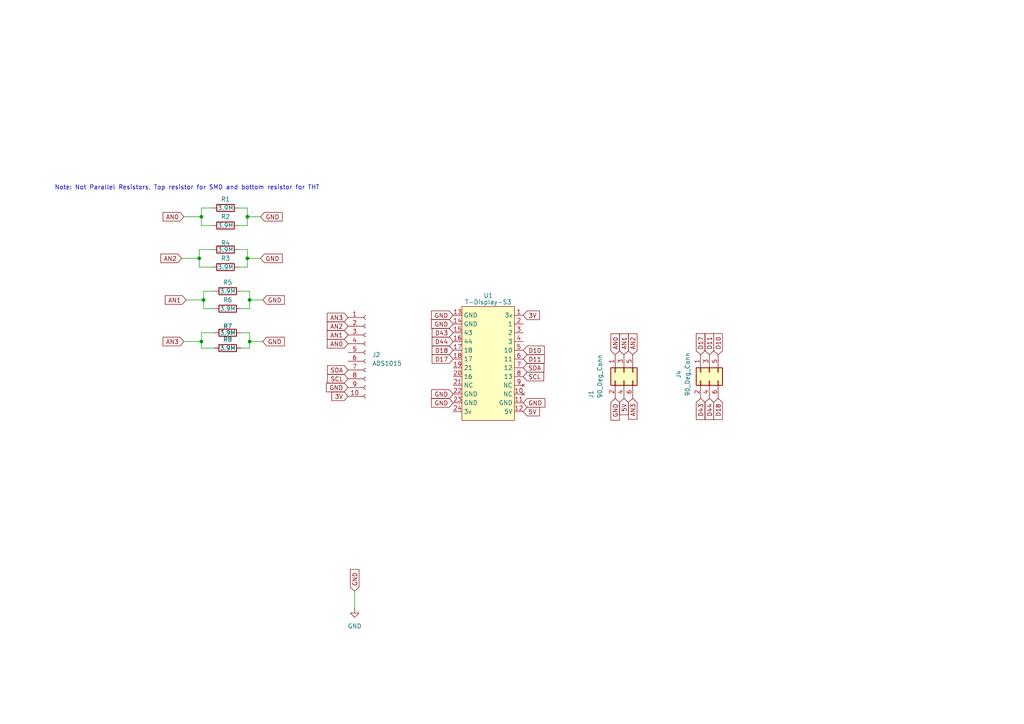
<source format=kicad_sch>
(kicad_sch (version 20230121) (generator eeschema)
  (paper "A4")
  (title_block (title "Top_Board") (date "2023-11-27") (rev "0"))
  (lib_symbols
    (symbol "Connector:Conn_01x10_Socket" (pin_names (offset 1.016) hide)
      (property "Reference" "J" (at 0 12.7 0))
      (property "Value" "Conn_01x10_Socket" (at 0 -15.24 0))
      (symbol "Conn_01x10_Socket_1_1"
        (arc (start 0 -12.192) (mid -0.5058 -12.7) (end 0 -13.208) (stroke (width 0.1524)))
        (arc (start 0 -9.652) (mid -0.5058 -10.16) (end 0 -10.668) (stroke (width 0.1524)))
        (arc (start 0 -7.112) (mid -0.5058 -7.62) (end 0 -8.128) (stroke (width 0.1524)))
        (arc (start 0 -4.572) (mid -0.5058 -5.08) (end 0 -5.588) (stroke (width 0.1524)))
        (arc (start 0 -2.032) (mid -0.5058 -2.54) (end 0 -3.048) (stroke (width 0.1524)))
        (polyline (pts (xy -1.27 -12.7) (xy -0.508 -12.7)) (stroke (width 0.1524)))
        (polyline (pts (xy -1.27 -10.16) (xy -0.508 -10.16)) (stroke (width 0.1524)))
        (polyline (pts (xy -1.27 -7.62) (xy -0.508 -7.62)) (stroke (width 0.1524)))
        (polyline (pts (xy -1.27 -5.08) (xy -0.508 -5.08)) (stroke (width 0.1524)))
        (polyline (pts (xy -1.27 -2.54) (xy -0.508 -2.54)) (stroke (width 0.1524)))
        (polyline (pts (xy -1.27 0) (xy -0.508 0)) (stroke (width 0.1524)))
        (polyline (pts (xy -1.27 2.54) (xy -0.508 2.54)) (stroke (width 0.1524)))
        (polyline (pts (xy -1.27 5.08) (xy -0.508 5.08)) (stroke (width 0.1524)))
        (polyline (pts (xy -1.27 7.62) (xy -0.508 7.62)) (stroke (width 0.1524)))
        (polyline (pts (xy -1.27 10.16) (xy -0.508 10.16)) (stroke (width 0.1524)))
        (arc (start 0 0.508) (mid -0.5058 0) (end 0 -0.508) (stroke (width 0.1524)))
        (arc (start 0 3.048) (mid -0.5058 2.54) (end 0 2.032) (stroke (width 0.1524)))
        (arc (start 0 5.588) (mid -0.5058 5.08) (end 0 4.572) (stroke (width 0.1524)))
        (arc (start 0 8.128) (mid -0.5058 7.62) (end 0 7.112) (stroke (width 0.1524)))
        (arc (start 0 10.668) (mid -0.5058 10.16) (end 0 9.652) (stroke (width 0.1524)))
        (pin passive line (at -5.08 10.16 0) (length 3.81) (name "Pin_1") (number "1"))
        (pin passive line (at -5.08 -12.7 0) (length 3.81) (name "Pin_10") (number "10"))
        (pin passive line (at -5.08 7.62 0) (length 3.81) (name "Pin_2") (number "2"))
        (pin passive line (at -5.08 5.08 0) (length 3.81) (name "Pin_3") (number "3"))
        (pin passive line (at -5.08 2.54 0) (length 3.81) (name "Pin_4") (number "4"))
        (pin passive line (at -5.08 0 0) (length 3.81) (name "Pin_5") (number "5"))
        (pin passive line (at -5.08 -2.54 0) (length 3.81) (name "Pin_6") (number "6"))
        (pin passive line (at -5.08 -5.08 0) (length 3.81) (name "Pin_7") (number "7"))
        (pin passive line (at -5.08 -7.62 0) (length 3.81) (name "Pin_8") (number "8"))
        (pin passive line (at -5.08 -10.16 0) (length 3.81) (name "Pin_9") (number "9"))
      )
    )
    (symbol "Connector_Generic:Conn_02x03_Odd_Even" (pin_names (offset 1.016) hide)
      (property "Reference" "J" (at 1.27 5.08 0))
      (property "Value" "Conn_02x03_Odd_Even" (at 1.27 -5.08 0))
      (symbol "Conn_02x03_Odd_Even_1_1"
        (rectangle (start -1.27 -2.413) (end 0 -2.667) (stroke (width 0.1524)))
        (rectangle (start -1.27 0.127) (end 0 -0.127) (stroke (width 0.1524)))
        (rectangle (start -1.27 2.667) (end 0 2.413) (stroke (width 0.1524)))
        (rectangle (start -1.27 3.81) (end 3.81 -3.81) (stroke (width 0.254)) (fill (type background)))
        (rectangle (start 3.81 -2.413) (end 2.54 -2.667) (stroke (width 0.1524)))
        (rectangle (start 3.81 0.127) (end 2.54 -0.127) (stroke (width 0.1524)))
        (rectangle (start 3.81 2.667) (end 2.54 2.413) (stroke (width 0.1524)))
        (pin passive line (at -5.08 2.54 0) (length 3.81) (name "Pin_1") (number "1"))
        (pin passive line (at 7.62 2.54 180) (length 3.81) (name "Pin_2") (number "2"))
        (pin passive line (at -5.08 0 0) (length 3.81) (name "Pin_3") (number "3"))
        (pin passive line (at 7.62 0 180) (length 3.81) (name "Pin_4") (number "4"))
        (pin passive line (at -5.08 -2.54 0) (length 3.81) (name "Pin_5") (number "5"))
        (pin passive line (at 7.62 -2.54 180) (length 3.81) (name "Pin_6") (number "6"))
      )
    )
    (symbol "Device:R" (pin_numbers hide) (pin_names (offset 0))
      (property "Reference" "R" (at 2.032 0 90))
      (property "Value" "R" (at 0 0 90))
      (symbol "R_0_1"
        (rectangle (start -1.016 -2.54) (end 1.016 2.54) (stroke (width 0.254)))
      )
      (symbol "R_1_1"
        (pin passive line (at 0 3.81 270) (length 1.27) (name "~") (number "1"))
        (pin passive line (at 0 -3.81 90) (length 1.27) (name "~") (number "2"))
      )
    )
    (symbol "Voltage_Sensor_Timer:T-Display-S3"
      (property "Reference" "U" (at -16.51 -2.54 0))
      (property "Value" "T-Display-S3" (at -11.43 -5.08 0))
      (symbol "T-Display-S3_0_1"
        (rectangle (start -15.24 33.02) (end 0 0) (fill (type background)))
      )
      (symbol "T-Display-S3_1_1"
        (pin power_in line (at 2.54 30.48 180) (length 2.54) (name "3v") (number "1"))
        (pin no_connect line (at 2.54 7.62 180) (length 2.54) (name "NC") (number "10"))
        (pin power_in line (at 2.54 5.08 180) (length 2.54) (name "GND") (number "11"))
        (pin power_in line (at 2.54 2.54 180) (length 2.54) (name "5V") (number "12"))
        (pin power_in line (at -17.78 30.48 0) (length 2.54) (name "GND") (number "13"))
        (pin power_in line (at -17.78 27.94 0) (length 2.54) (name "GND") (number "14"))
        (pin bidirectional line (at -17.78 25.4 0) (length 2.54) (name "43") (number "15"))
        (pin bidirectional line (at -17.78 22.86 0) (length 2.54) (name "44") (number "16"))
        (pin bidirectional line (at -17.78 20.32 0) (length 2.54) (name "18") (number "17"))
        (pin bidirectional line (at -17.78 17.78 0) (length 2.54) (name "17") (number "18"))
        (pin bidirectional line (at -17.78 15.24 0) (length 2.54) (name "21") (number "19"))
        (pin bidirectional line (at 2.54 27.94 180) (length 2.54) (name "1") (number "2"))
        (pin bidirectional line (at -17.78 12.7 0) (length 2.54) (name "16") (number "20"))
        (pin bidirectional line (at -17.78 10.16 0) (length 2.54) (name "NC") (number "21"))
        (pin power_in line (at -17.78 7.62 0) (length 2.54) (name "GND") (number "22"))
        (pin power_in line (at -17.78 5.08 0) (length 2.54) (name "GND") (number "23"))
        (pin power_in line (at -17.78 2.54 0) (length 2.54) (name "3v") (number "24"))
        (pin bidirectional line (at 2.54 25.4 180) (length 2.54) (name "2") (number "3"))
        (pin bidirectional line (at 2.54 22.86 180) (length 2.54) (name "3") (number "4"))
        (pin bidirectional line (at 2.54 20.32 180) (length 2.54) (name "10") (number "5"))
        (pin bidirectional line (at 2.54 17.78 180) (length 2.54) (name "11") (number "6"))
        (pin bidirectional line (at 2.54 15.24 180) (length 2.54) (name "12") (number "7"))
        (pin bidirectional line (at 2.54 12.7 180) (length 2.54) (name "13") (number "8"))
        (pin no_connect line (at 2.54 10.16 180) (length 2.54) (name "NC") (number "9"))
      )
    )
    (symbol "power:GND" (power) (pin_names (offset 0))
      (property "Value" "GND" (at 0 -3.81 0))
      (symbol "GND_0_1"
        (polyline (pts (xy 0 0) (xy 0 -1.27) (xy 1.27 -1.27) (xy 0 -2.54) (xy -1.27 -1.27) (xy 0 -1.27)))
      )
      (symbol "GND_1_1"
        (pin power_in line (at 0 0 270) (length 0) hide (name "GND") (number "1"))
      )
    )
  )
  (junction (at 59.055 86.995))
  (junction (at 71.755 62.865))
  (junction (at 72.39 86.995))
  (junction (at 58.42 99.06))
  (junction (at 57.785 74.93))
  (junction (at 58.42 62.865))
  (junction (at 71.755 74.93))
  (junction (at 72.39 99.06))
  (wire (pts (xy 58.42 62.865) (xy 58.42 65.405)))
  (wire (pts (xy 102.87 171.45) (xy 102.87 176.53)))
  (wire (pts (xy 58.42 60.325) (xy 58.42 62.865)))
  (wire (pts (xy 57.785 74.93) (xy 57.785 72.39)))
  (wire (pts (xy 59.055 84.455) (xy 59.055 86.995)))
  (wire (pts (xy 72.39 96.52) (xy 72.39 99.06)))
  (wire (pts (xy 71.755 72.39) (xy 71.755 74.93)))
  (wire (pts (xy 69.85 89.535) (xy 72.39 89.535)))
  (wire (pts (xy 72.39 86.995) (xy 72.39 89.535)))
  (wire (pts (xy 61.595 77.47) (xy 57.785 77.47)))
  (wire (pts (xy 76.2 99.06) (xy 72.39 99.06)))
  (wire (pts (xy 71.755 74.93) (xy 71.755 77.47)))
  (wire (pts (xy 69.215 72.39) (xy 71.755 72.39)))
  (wire (pts (xy 58.42 99.06) (xy 58.42 96.52)))
  (wire (pts (xy 69.215 65.405) (xy 71.755 65.405)))
  (wire (pts (xy 58.42 96.52) (xy 62.23 96.52)))
  (wire (pts (xy 57.785 74.93) (xy 57.785 77.47)))
  (wire (pts (xy 72.39 99.06) (xy 72.39 100.965)))
  (wire (pts (xy 62.23 84.455) (xy 59.055 84.455)))
  (wire (pts (xy 53.34 62.865) (xy 58.42 62.865)))
  (wire (pts (xy 69.85 100.965) (xy 72.39 100.965)))
  (wire (pts (xy 52.705 74.93) (xy 57.785 74.93)))
  (wire (pts (xy 58.42 65.405) (xy 61.595 65.405)))
  (wire (pts (xy 75.565 74.93) (xy 71.755 74.93)))
  (wire (pts (xy 62.23 100.965) (xy 58.42 100.965)))
  (wire (pts (xy 61.595 60.325) (xy 58.42 60.325)))
  (wire (pts (xy 59.055 86.995) (xy 59.055 89.535)))
  (wire (pts (xy 59.055 89.535) (xy 62.23 89.535)))
  (wire (pts (xy 57.785 72.39) (xy 61.595 72.39)))
  (wire (pts (xy 53.975 86.995) (xy 59.055 86.995)))
  (wire (pts (xy 69.215 60.325) (xy 71.755 60.325)))
  (wire (pts (xy 71.755 62.865) (xy 75.565 62.865)))
  (wire (pts (xy 69.85 96.52) (xy 72.39 96.52)))
  (wire (pts (xy 72.39 84.455) (xy 72.39 86.995)))
  (wire (pts (xy 71.755 60.325) (xy 71.755 62.865)))
  (wire (pts (xy 69.215 77.47) (xy 71.755 77.47)))
  (wire (pts (xy 72.39 86.995) (xy 76.2 86.995)))
  (wire (pts (xy 58.42 99.06) (xy 58.42 100.965)))
  (wire (pts (xy 71.755 62.865) (xy 71.755 65.405)))
  (wire (pts (xy 53.34 99.06) (xy 58.42 99.06)))
  (wire (pts (xy 69.85 84.455) (xy 72.39 84.455)))
  (text "Note: Not Parallel Resistors, Top resistor for SMD and bottom resistor for THT" (at 92.71 55.245 0) (effects (font (size 1.27 1.27)) (justify right bottom)))
  (global_label "GND" (shape input) (at 131.445 116.84 180) (property "Intersheetrefs" "${INTERSHEET_REFS}" (effects hide)))
  (global_label "D10" (shape input) (at 151.765 101.6 0) (property "Intersheetrefs" "${INTERSHEET_REFS}" (effects hide)))
  (global_label "AN3" (shape input) (at 53.34 99.06 180) (property "Intersheetrefs" "${INTERSHEET_REFS}" (effects hide)))
  (global_label "GND" (shape input) (at 75.565 74.93 0) (property "Intersheetrefs" "${INTERSHEET_REFS}" (effects hide)))
  (global_label "AN0" (shape input) (at 100.965 99.695 180) (property "Intersheetrefs" "${INTERSHEET_REFS}" (effects hide)))
  (global_label "3V" (shape input) (at 100.965 114.935 180) (property "Intersheetrefs" "${INTERSHEET_REFS}" (effects hide)))
  (global_label "AN1" (shape input) (at 180.975 102.87 90) (property "Intersheetrefs" "${INTERSHEET_REFS}" (effects hide)))
  (global_label "3V" (shape input) (at 151.765 91.44 0) (property "Intersheetrefs" "${INTERSHEET_REFS}" (effects hide)))
  (global_label "D18" (shape input) (at 208.28 115.57 270) (property "Intersheetrefs" "${INTERSHEET_REFS}" (effects hide)))
  (global_label "SCL" (shape input) (at 151.765 109.22 0) (property "Intersheetrefs" "${INTERSHEET_REFS}" (effects hide)))
  (global_label "SDA" (shape input) (at 100.965 107.315 180) (property "Intersheetrefs" "${INTERSHEET_REFS}" (effects hide)))
  (global_label "AN3" (shape input) (at 183.515 115.57 270) (property "Intersheetrefs" "${INTERSHEET_REFS}" (effects hide)))
  (global_label "GND" (shape input) (at 100.965 112.395 180) (property "Intersheetrefs" "${INTERSHEET_REFS}" (effects hide)))
  (global_label "GND" (shape input) (at 76.2 86.995 0) (property "Intersheetrefs" "${INTERSHEET_REFS}" (effects hide)))
  (global_label "D43" (shape input) (at 131.445 96.52 180) (property "Intersheetrefs" "${INTERSHEET_REFS}" (effects hide)))
  (global_label "AN2" (shape input) (at 100.965 94.615 180) (property "Intersheetrefs" "${INTERSHEET_REFS}" (effects hide)))
  (global_label "GND" (shape input) (at 131.445 114.3 180) (property "Intersheetrefs" "${INTERSHEET_REFS}" (effects hide)))
  (global_label "AN1" (shape input) (at 53.975 86.995 180) (property "Intersheetrefs" "${INTERSHEET_REFS}" (effects hide)))
  (global_label "SCL" (shape input) (at 100.965 109.855 180) (property "Intersheetrefs" "${INTERSHEET_REFS}" (effects hide)))
  (global_label "GND" (shape input) (at 75.565 62.865 0) (property "Intersheetrefs" "${INTERSHEET_REFS}" (effects hide)))
  (global_label "D10" (shape input) (at 208.28 102.87 90) (property "Intersheetrefs" "${INTERSHEET_REFS}" (effects hide)))
  (global_label "SDA" (shape input) (at 151.765 106.68 0) (property "Intersheetrefs" "${INTERSHEET_REFS}" (effects hide)))
  (global_label "5V" (shape input) (at 151.765 119.38 0) (property "Intersheetrefs" "${INTERSHEET_REFS}" (effects hide)))
  (global_label "D43" (shape input) (at 203.2 115.57 270) (property "Intersheetrefs" "${INTERSHEET_REFS}" (effects hide)))
  (global_label "AN2" (shape input) (at 183.515 102.87 90) (property "Intersheetrefs" "${INTERSHEET_REFS}" (effects hide)))
  (global_label "AN0" (shape input) (at 53.34 62.865 180) (property "Intersheetrefs" "${INTERSHEET_REFS}" (effects hide)))
  (global_label "D17" (shape input) (at 203.2 102.87 90) (property "Intersheetrefs" "${INTERSHEET_REFS}" (effects hide)))
  (global_label "GND" (shape input) (at 131.445 91.44 180) (property "Intersheetrefs" "${INTERSHEET_REFS}" (effects hide)))
  (global_label "AN1" (shape input) (at 100.965 97.155 180) (property "Intersheetrefs" "${INTERSHEET_REFS}" (effects hide)))
  (global_label "GND" (shape input) (at 131.445 93.98 180) (property "Intersheetrefs" "${INTERSHEET_REFS}" (effects hide)))
  (global_label "GND" (shape input) (at 102.87 171.45 90) (property "Intersheetrefs" "${INTERSHEET_REFS}" (effects hide)))
  (global_label "D44" (shape input) (at 131.445 99.06 180) (property "Intersheetrefs" "${INTERSHEET_REFS}" (effects hide)))
  (global_label "5V" (shape input) (at 180.975 115.57 270) (property "Intersheetrefs" "${INTERSHEET_REFS}" (effects hide)))
  (global_label "GND" (shape input) (at 76.2 99.06 0) (property "Intersheetrefs" "${INTERSHEET_REFS}" (effects hide)))
  (global_label "AN0" (shape input) (at 178.435 102.87 90) (property "Intersheetrefs" "${INTERSHEET_REFS}" (effects hide)))
  (global_label "D11" (shape input) (at 151.765 104.14 0) (property "Intersheetrefs" "${INTERSHEET_REFS}" (effects hide)))
  (global_label "GND" (shape input) (at 178.435 115.57 270) (property "Intersheetrefs" "${INTERSHEET_REFS}" (effects hide)))
  (global_label "D44" (shape input) (at 205.74 115.57 270) (property "Intersheetrefs" "${INTERSHEET_REFS}" (effects hide)))
  (global_label "GND" (shape input) (at 151.765 116.84 0) (property "Intersheetrefs" "${INTERSHEET_REFS}" (effects hide)))
  (global_label "AN2" (shape input) (at 52.705 74.93 180) (property "Intersheetrefs" "${INTERSHEET_REFS}" (effects hide)))
  (global_label "D11" (shape input) (at 205.74 102.87 90) (property "Intersheetrefs" "${INTERSHEET_REFS}" (effects hide)))
  (global_label "D18" (shape input) (at 131.445 101.6 180) (property "Intersheetrefs" "${INTERSHEET_REFS}" (effects hide)))
  (global_label "AN3" (shape input) (at 100.965 92.075 180) (property "Intersheetrefs" "${INTERSHEET_REFS}" (effects hide)))
  (global_label "D17" (shape input) (at 131.445 104.14 180) (property "Intersheetrefs" "${INTERSHEET_REFS}" (effects hide)))
  (symbol (lib_id "Device:R") (at 65.405 72.39 90) (unit 1)
    (property "Reference" "R4" (at 65.405 70.485 90))
    (property "Value" "3.9M" (at 65.405 72.39 90))
    (property "Footprint" "Resistor_SMD:R_0805_2012Metric" (effects hide))
  )
  (symbol (lib_id "Voltage_Sensor_Timer:T-Display-S3") (at 149.225 121.92 0) (unit 1)
    (property "Reference" "U1" (at 141.605 85.725 0))
    (property "Value" "T-Display-S3" (at 141.605 87.63 0))
    (property "Footprint" "Voltage_Sensor_Timer:T-Display-S3" (effects hide))
  )
  (symbol (lib_id "Device:R") (at 66.04 89.535 90) (unit 1)
    (property "Reference" "R6" (at 66.04 86.995 90))
    (property "Value" "3.9M" (at 66.04 89.535 90))
    (property "Footprint" "Resistor_THT:R_Axial_DIN0411_L9.9mm_D3.6mm_P12.70mm_Horizontal" (effects hide))
  )
  (symbol (lib_id "Device:R") (at 66.04 100.965 90) (unit 1)
    (property "Reference" "R8" (at 66.04 98.425 90))
    (property "Value" "3.9M" (at 66.04 100.965 90))
    (property "Footprint" "Resistor_THT:R_Axial_DIN0411_L9.9mm_D3.6mm_P12.70mm_Horizontal" (effects hide))
  )
  (symbol (lib_id "Device:R") (at 65.405 65.405 90) (unit 1)
    (property "Reference" "R2" (at 65.405 62.865 90))
    (property "Value" "3.9M" (at 65.405 65.405 90))
    (property "Footprint" "Resistor_THT:R_Axial_DIN0411_L9.9mm_D3.6mm_P12.70mm_Horizontal" (effects hide))
  )
  (symbol (lib_id "Device:R") (at 66.04 96.52 90) (unit 1)
    (property "Reference" "R7" (at 66.04 94.615 90))
    (property "Value" "3.9M" (at 66.04 96.52 90))
    (property "Footprint" "Resistor_SMD:R_0805_2012Metric" (effects hide))
  )
  (symbol (lib_id "Device:R") (at 66.04 84.455 90) (unit 1)
    (property "Reference" "R5" (at 66.04 81.915 90))
    (property "Value" "3.9M" (at 66.04 84.455 90))
    (property "Footprint" "Resistor_SMD:R_0805_2012Metric" (effects hide))
  )
  (symbol (lib_id "power:GND") (at 102.87 176.53 0) (unit 1)
    (property "Reference" "#PWR01" (effects hide))
    (property "Value" "GND" (at 102.87 181.61 0))
  )
  (symbol (lib_id "Connector_Generic:Conn_02x03_Odd_Even") (at 205.74 107.95 90) (mirror x) (unit 1)
    (property "Reference" "J4" (at 196.85 108.585 0))
    (property "Value" "90_Deg_Conn" (at 199.39 108.585 0))
    (property "Footprint" "Connector_PinHeader_2.54mm:PinHeader_2x03_P2.54mm_Horizontal" (effects hide))
  )
  (symbol (lib_id "Connector:Conn_01x10_Socket") (at 106.045 102.235 0) (unit 1)
    (property "Reference" "J2" (at 107.95 102.87 0) (effects (justify left)))
    (property "Value" "ADS1015" (at 107.95 105.41 0) (effects (justify left)))
    (property "Footprint" "Voltage_Sensor_Timer:PinSocket_1x10_P2.54mm_Vertical_1" (effects hide))
  )
  (symbol (lib_id "Device:R") (at 65.405 77.47 90) (unit 1)
    (property "Reference" "R3" (at 65.405 74.93 90))
    (property "Value" "3.9M" (at 65.405 77.47 90))
    (property "Footprint" "Resistor_THT:R_Axial_DIN0411_L9.9mm_D3.6mm_P12.70mm_Horizontal" (effects hide))
  )
  (symbol (lib_id "Connector_Generic:Conn_02x03_Odd_Even") (at 180.975 107.95 90) (mirror x) (unit 1)
    (property "Reference" "J1" (at 171.45 115.57 0) (effects (justify right)))
    (property "Value" "90_Deg_Conn" (at 173.99 115.57 0) (effects (justify right)))
    (property "Footprint" "Connector_PinHeader_2.54mm:PinHeader_2x03_P2.54mm_Horizontal" (effects hide))
  )
  (symbol (lib_id "Device:R") (at 65.405 60.325 90) (unit 1)
    (property "Reference" "R1" (at 65.405 57.785 90))
    (property "Value" "3.9M" (at 65.405 60.325 90))
    (property "Footprint" "Resistor_SMD:R_0805_2012Metric" (effects hide))
  )
)
</source>
